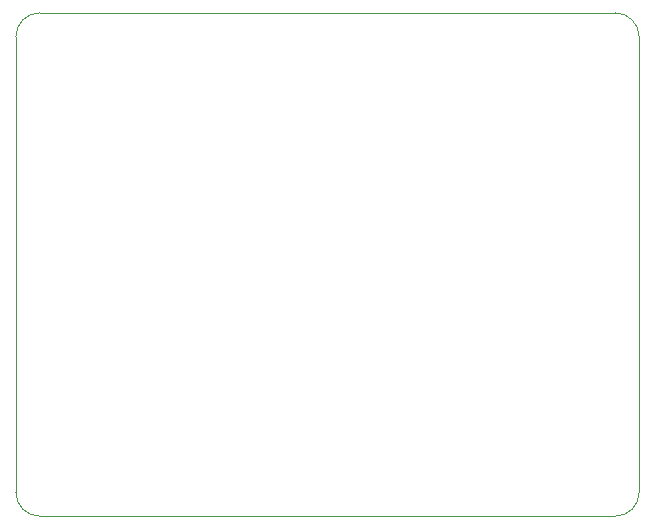
<source format=gbr>
%TF.GenerationSoftware,KiCad,Pcbnew,9.0.2*%
%TF.CreationDate,2025-08-29T09:25:12+10:00*%
%TF.ProjectId,fsr_right,6673725f-7269-4676-9874-2e6b69636164,rev?*%
%TF.SameCoordinates,Original*%
%TF.FileFunction,Profile,NP*%
%FSLAX46Y46*%
G04 Gerber Fmt 4.6, Leading zero omitted, Abs format (unit mm)*
G04 Created by KiCad (PCBNEW 9.0.2) date 2025-08-29 09:25:12*
%MOMM*%
%LPD*%
G01*
G04 APERTURE LIST*
%TA.AperFunction,Profile*%
%ADD10C,0.050000*%
%TD*%
G04 APERTURE END LIST*
D10*
X189470000Y-63100000D02*
X189470000Y-101700000D01*
X187470000Y-103700000D02*
X138710000Y-103700000D01*
X138710000Y-61100000D02*
X187470000Y-61100000D01*
X187470000Y-61100000D02*
G75*
G02*
X189470000Y-63100000I0J-2000000D01*
G01*
X138710000Y-103700000D02*
G75*
G02*
X136710000Y-101700000I0J2000000D01*
G01*
X136710000Y-63100000D02*
G75*
G02*
X138710000Y-61100000I2000000J0D01*
G01*
X136710000Y-101700000D02*
X136710000Y-63100000D01*
X189470000Y-101700000D02*
G75*
G02*
X187470000Y-103700000I-2000000J0D01*
G01*
M02*

</source>
